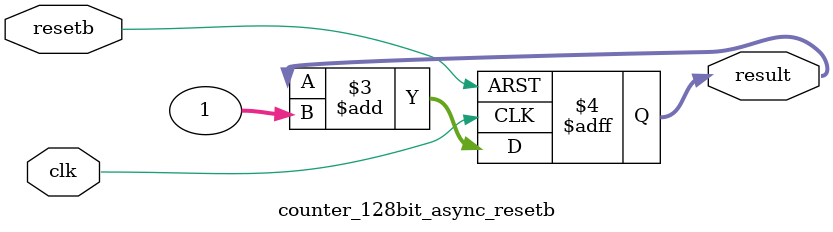
<source format=v>

module counter_128bit_async_resetb (
	clk,
	resetb,
	result
);

	input clk;
	input resetb;
	output [127:0] result;

	reg [127:0] result;

	always @(posedge clk or negedge resetb)
	begin
		if (~resetb) 
			result = 0;		
		else 
			result = result + 1;
	end
endmodule		

</source>
